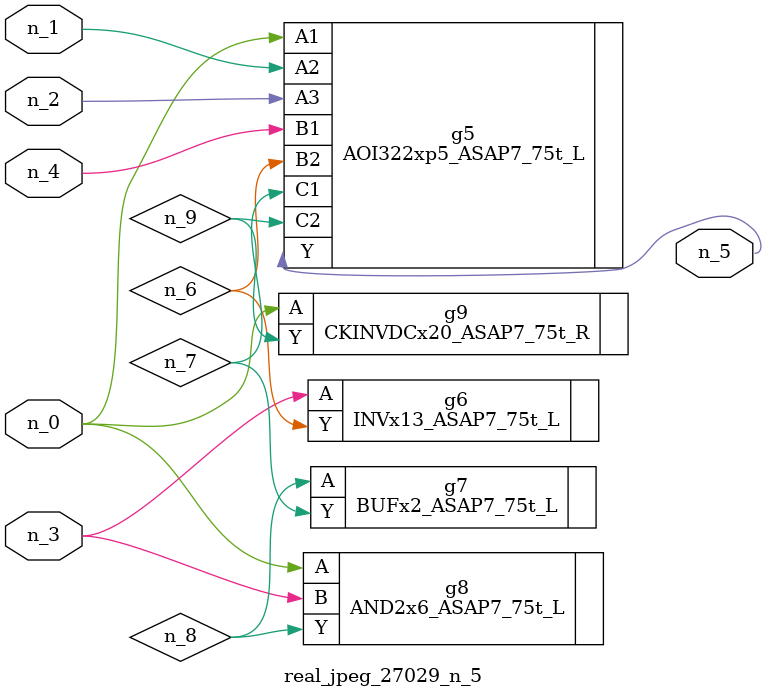
<source format=v>
module real_jpeg_27029_n_5 (n_4, n_0, n_1, n_2, n_3, n_5);

input n_4;
input n_0;
input n_1;
input n_2;
input n_3;

output n_5;

wire n_8;
wire n_6;
wire n_7;
wire n_9;

AOI322xp5_ASAP7_75t_L g5 ( 
.A1(n_0),
.A2(n_1),
.A3(n_2),
.B1(n_4),
.B2(n_6),
.C1(n_7),
.C2(n_9),
.Y(n_5)
);

AND2x6_ASAP7_75t_L g8 ( 
.A(n_0),
.B(n_3),
.Y(n_8)
);

CKINVDCx20_ASAP7_75t_R g9 ( 
.A(n_0),
.Y(n_9)
);

INVx13_ASAP7_75t_L g6 ( 
.A(n_3),
.Y(n_6)
);

BUFx2_ASAP7_75t_L g7 ( 
.A(n_8),
.Y(n_7)
);


endmodule
</source>
